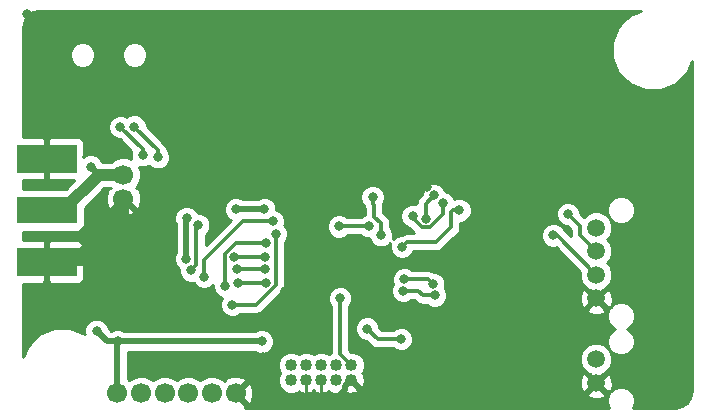
<source format=gbl>
G04 #@! TF.FileFunction,Copper,L2,Bot,Signal*
%FSLAX46Y46*%
G04 Gerber Fmt 4.6, Leading zero omitted, Abs format (unit mm)*
G04 Created by KiCad (PCBNEW 4.0.1-stable) date 10/03/2016 22:19:40*
%MOMM*%
G01*
G04 APERTURE LIST*
%ADD10C,0.100000*%
%ADD11C,1.500000*%
%ADD12C,1.700000*%
%ADD13R,5.080000X2.286000*%
%ADD14R,5.080000X2.413000*%
%ADD15C,1.016000*%
%ADD16C,0.800000*%
%ADD17C,0.700000*%
%ADD18C,0.300000*%
%ADD19C,0.500000*%
%ADD20C,1.000000*%
%ADD21C,0.250000*%
%ADD22C,0.254000*%
G04 APERTURE END LIST*
D10*
D11*
X216200000Y-119050000D03*
X216200000Y-121050000D03*
X216200000Y-123050000D03*
X216200000Y-125050000D03*
D12*
X176175000Y-114600000D03*
X176175000Y-116600000D03*
X175675000Y-133100000D03*
X177675000Y-133100000D03*
X179675000Y-133100000D03*
X181675000Y-133100000D03*
X183675000Y-133100000D03*
X185675000Y-133100000D03*
D13*
X169700000Y-117600000D03*
D14*
X169700000Y-113218500D03*
X169700000Y-121981500D03*
D15*
X190380000Y-131970000D03*
X190380000Y-130700000D03*
X191650000Y-131970000D03*
X191650000Y-130700000D03*
X192920000Y-131970000D03*
X192920000Y-130700000D03*
X194190000Y-131970000D03*
X194190000Y-130700000D03*
X195460000Y-131970000D03*
X195460000Y-130700000D03*
D11*
X216200000Y-130200000D03*
X216200000Y-132200000D03*
D16*
X169700000Y-111400000D03*
X168000000Y-101000000D03*
X168000000Y-104000000D03*
X168000000Y-107000000D03*
X168000000Y-110000000D03*
X188000000Y-133000000D03*
X188000000Y-130000000D03*
X185000000Y-130000000D03*
X169700000Y-123800000D03*
X168000000Y-126000000D03*
X222000000Y-134000000D03*
X224000000Y-132000000D03*
X224000000Y-129000000D03*
X224000000Y-126000000D03*
X224000000Y-123000000D03*
X224000000Y-120000000D03*
X220000000Y-122000000D03*
X220000000Y-129000000D03*
X220000000Y-125000000D03*
X218000000Y-130400000D03*
X213000000Y-129000000D03*
X180000000Y-121000000D03*
X175000000Y-125000000D03*
X175000000Y-123000000D03*
X177000000Y-121000000D03*
X204000000Y-102000000D03*
X204000000Y-104000000D03*
X204000000Y-106000000D03*
X204000000Y-108000000D03*
X204000000Y-110000000D03*
X204000000Y-112000000D03*
X201000000Y-112000000D03*
X201000000Y-110000000D03*
X201000000Y-108000000D03*
X201000000Y-106000000D03*
X201000000Y-104000000D03*
X201000000Y-102000000D03*
X212000000Y-115000000D03*
X214500000Y-115000000D03*
X217000000Y-115000000D03*
X219500000Y-115000000D03*
X189500000Y-115000000D03*
X187000000Y-115000000D03*
X184500000Y-115000000D03*
X182000000Y-115000000D03*
X182000000Y-112500000D03*
X182000000Y-110000000D03*
X182000000Y-107500000D03*
X182000000Y-105000000D03*
X182000000Y-102500000D03*
X184500000Y-102500000D03*
X187000000Y-102500000D03*
X189500000Y-102500000D03*
X192000000Y-102500000D03*
X194500000Y-102500000D03*
X222000000Y-117500000D03*
X222000000Y-115000000D03*
X222000000Y-112500000D03*
X222000000Y-110000000D03*
X219500000Y-110000000D03*
X217000000Y-107500000D03*
X217000000Y-105000000D03*
X217000000Y-102500000D03*
X214500000Y-102500000D03*
X212000000Y-102500000D03*
X173300000Y-108500000D03*
X205430000Y-122830000D03*
D17*
X196120000Y-133620000D03*
D16*
X170880000Y-124880000D03*
X209100000Y-124440000D03*
X203700010Y-132240000D03*
X190390000Y-116390000D03*
X193680000Y-133340000D03*
X196500000Y-109800000D03*
X196500000Y-108800000D03*
X196500000Y-106800000D03*
X196500000Y-105800000D03*
X196500000Y-102800000D03*
X196500000Y-101650000D03*
X208500000Y-104800000D03*
X208500000Y-103800000D03*
X208500000Y-110800000D03*
X208500000Y-102800000D03*
X208500000Y-101650000D03*
X189900000Y-124400000D03*
X206410000Y-127760000D03*
X179010000Y-109870000D03*
X170120000Y-109670000D03*
X208500000Y-109800000D03*
X204690000Y-115580000D03*
X201880000Y-115590000D03*
X201650000Y-128350000D03*
X181500000Y-121700000D03*
X181530000Y-118270000D03*
X173900000Y-127800000D03*
X188100000Y-117500000D03*
X185700000Y-117500000D03*
X175700000Y-128700000D03*
X187900000Y-128700000D03*
X196812826Y-127607174D03*
X199690257Y-128500010D03*
X188170000Y-121550000D03*
X185550000Y-121550000D03*
X182510000Y-118860000D03*
X181910000Y-122680000D03*
X196980000Y-118940000D03*
X183000000Y-123200000D03*
X188800000Y-118520000D03*
X194425000Y-118950000D03*
X188220000Y-120330000D03*
X184800000Y-124000000D03*
X185410000Y-125600000D03*
X189100000Y-119600000D03*
X194523377Y-125049998D03*
X213810000Y-117900000D03*
X200660000Y-118080000D03*
X203210000Y-116970000D03*
X204620000Y-117600010D03*
X199770000Y-120690000D03*
X212570000Y-119710000D03*
X177100000Y-110510000D03*
X188200000Y-122560000D03*
X185810000Y-122540000D03*
X179100000Y-113100000D03*
X177830000Y-112930000D03*
X175930000Y-110540000D03*
X185880000Y-123720000D03*
X188250000Y-123720000D03*
X173400000Y-113900000D03*
X197280000Y-116470000D03*
X197990000Y-119699990D03*
X202466475Y-116337363D03*
X201770000Y-118340000D03*
X199939999Y-123450001D03*
X202400000Y-123850000D03*
X199867926Y-124397265D03*
X202531286Y-124790887D03*
D18*
X168000000Y-104000000D02*
X168000000Y-101000000D01*
X168000000Y-110000000D02*
X168000000Y-107000000D01*
D19*
X188000000Y-133000000D02*
X188000000Y-130000000D01*
X169700000Y-123800000D02*
X168000000Y-125500000D01*
X168000000Y-125500000D02*
X168000000Y-126000000D01*
X224000000Y-132000000D02*
X222000000Y-134000000D01*
X224000000Y-126000000D02*
X224000000Y-129000000D01*
X224000000Y-120000000D02*
X224000000Y-123000000D01*
X220000000Y-125000000D02*
X220000000Y-122000000D01*
X220000000Y-125000000D02*
X220000000Y-129000000D01*
X175000000Y-125000000D02*
X175000000Y-123000000D01*
X180000000Y-121000000D02*
X177000000Y-121000000D01*
X204000000Y-104000000D02*
X204000000Y-102000000D01*
X204000000Y-108000000D02*
X204000000Y-106000000D01*
X204000000Y-112000000D02*
X204000000Y-110000000D01*
X201000000Y-110000000D02*
X201000000Y-112000000D01*
X201000000Y-106000000D02*
X201000000Y-108000000D01*
X201000000Y-102000000D02*
X201000000Y-104000000D01*
X214500000Y-115000000D02*
X212000000Y-115000000D01*
X219500000Y-115000000D02*
X217000000Y-115000000D01*
X187000000Y-115000000D02*
X189500000Y-115000000D01*
X182000000Y-115000000D02*
X184500000Y-115000000D01*
X182000000Y-110000000D02*
X182000000Y-112500000D01*
X182000000Y-105000000D02*
X182000000Y-107500000D01*
X184500000Y-102500000D02*
X182000000Y-102500000D01*
X189500000Y-102500000D02*
X187000000Y-102500000D01*
X194500000Y-102500000D02*
X192000000Y-102500000D01*
X222000000Y-115000000D02*
X222000000Y-117500000D01*
X222000000Y-110000000D02*
X222000000Y-112500000D01*
X219500000Y-107500000D02*
X219500000Y-110000000D01*
X217000000Y-107500000D02*
X219500000Y-107500000D01*
X217000000Y-102500000D02*
X217000000Y-105000000D01*
X212000000Y-102500000D02*
X214500000Y-102500000D01*
D20*
X172677081Y-121300000D02*
X170381500Y-121300000D01*
X170381500Y-121300000D02*
X169700000Y-121981500D01*
X176175000Y-116600000D02*
X176175000Y-117802081D01*
X176175000Y-117802081D02*
X172677081Y-121300000D01*
D19*
X194952001Y-132787999D02*
X194400000Y-133340000D01*
X194400000Y-133340000D02*
X193680000Y-133340000D01*
X195460000Y-131970000D02*
X194952001Y-132477999D01*
X194952001Y-132477999D02*
X194952001Y-132787999D01*
X170880000Y-122701500D02*
X171500000Y-122081500D01*
D18*
X193055000Y-133545000D02*
X193475000Y-133545000D01*
X193475000Y-133545000D02*
X193680000Y-133340000D01*
D21*
X191650000Y-131970000D02*
X191650000Y-133520000D01*
X192920000Y-133410000D02*
X192920000Y-131970000D01*
X193060000Y-133550000D02*
X193055000Y-133545000D01*
X193055000Y-133545000D02*
X192920000Y-133410000D01*
X191680000Y-133550000D02*
X193060000Y-133550000D01*
X191650000Y-133520000D02*
X191680000Y-133550000D01*
D19*
X204690000Y-115580000D02*
X204690000Y-115600000D01*
X181500000Y-121700000D02*
X181500000Y-118300000D01*
X181500000Y-118300000D02*
X181530000Y-118270000D01*
X175700000Y-128700000D02*
X174800000Y-128700000D01*
X174800000Y-128700000D02*
X173900000Y-127800000D01*
X175675000Y-129600000D02*
X175675000Y-128725000D01*
X187900000Y-128700000D02*
X176100000Y-128700000D01*
X176100000Y-128700000D02*
X175700000Y-128700000D01*
X175675000Y-129575000D02*
X175675000Y-129600000D01*
X186800000Y-117500000D02*
X188100000Y-117500000D01*
X185700000Y-117500000D02*
X186800000Y-117500000D01*
X175675000Y-128725000D02*
X175700000Y-128700000D01*
D18*
X175675000Y-133100000D02*
X175675000Y-132525000D01*
D19*
X175675000Y-129600000D02*
X175675000Y-129900000D01*
X175675000Y-129900000D02*
X175675000Y-131000000D01*
X175675000Y-131000000D02*
X175675000Y-133100000D01*
D18*
X199690257Y-128500010D02*
X197705662Y-128500010D01*
X197705662Y-128500010D02*
X196812826Y-127607174D01*
X185550000Y-121550000D02*
X188170000Y-121550000D01*
X181910000Y-122680000D02*
X182360000Y-122230000D01*
X182360000Y-122230000D02*
X182360000Y-119010000D01*
X182360000Y-119010000D02*
X182510000Y-118860000D01*
X196980000Y-118940000D02*
X194435000Y-118940000D01*
X194435000Y-118940000D02*
X194425000Y-118950000D01*
X183000000Y-123200000D02*
X183000000Y-121800000D01*
X183000000Y-121800000D02*
X186280000Y-118520000D01*
X188800000Y-118520000D02*
X186280000Y-118520000D01*
X184800000Y-124000000D02*
X184800000Y-121263998D01*
X184800000Y-121263998D02*
X185733998Y-120330000D01*
X185733998Y-120330000D02*
X188220000Y-120330000D01*
X189100000Y-119600000D02*
X189100000Y-123906002D01*
X189100000Y-123906002D02*
X187406002Y-125600000D01*
X187406002Y-125600000D02*
X185975685Y-125600000D01*
X185975685Y-125600000D02*
X185410000Y-125600000D01*
X194523377Y-125049998D02*
X194523377Y-129763377D01*
X194523377Y-129763377D02*
X195460000Y-130700000D01*
X203210000Y-116970000D02*
X203210000Y-117936002D01*
X203210000Y-117936002D02*
X202106001Y-119040001D01*
X202106001Y-119040001D02*
X201433999Y-119040001D01*
X201433999Y-119040001D02*
X200660000Y-118266002D01*
X200660000Y-118266002D02*
X200660000Y-118080000D01*
X214830000Y-118920000D02*
X214830000Y-119680000D01*
X213810000Y-117900000D02*
X214830000Y-118920000D01*
X214830000Y-119680000D02*
X216200000Y-121050000D01*
X204620000Y-117600010D02*
X204054315Y-117600010D01*
X204054315Y-117600010D02*
X203910000Y-117744325D01*
X203910000Y-117744325D02*
X203910000Y-119010000D01*
X203910000Y-119010000D02*
X203700000Y-119220000D01*
X203700000Y-119220000D02*
X202720000Y-120200000D01*
X199770000Y-120690000D02*
X200169999Y-120290001D01*
X200169999Y-120290001D02*
X202629999Y-120290001D01*
X202629999Y-120290001D02*
X203700000Y-119220000D01*
X216200000Y-123050000D02*
X212860000Y-119710000D01*
X212860000Y-119710000D02*
X212570000Y-119710000D01*
X179100000Y-113100000D02*
X179100000Y-112510000D01*
X179100000Y-112510000D02*
X177100000Y-110510000D01*
X185810000Y-122540000D02*
X188180000Y-122540000D01*
X188180000Y-122540000D02*
X188200000Y-122560000D01*
X175930000Y-110540000D02*
X177830000Y-112440000D01*
X177830000Y-112440000D02*
X177830000Y-112930000D01*
X185880000Y-123720000D02*
X188250000Y-123720000D01*
D19*
X173400000Y-113900000D02*
X174097000Y-114597000D01*
X174097000Y-114597000D02*
X174097000Y-114600000D01*
D20*
X176175000Y-114600000D02*
X174097000Y-114600000D01*
X174097000Y-114600000D02*
X171097000Y-117600000D01*
X171097000Y-117600000D02*
X169700000Y-117600000D01*
D18*
X197400000Y-117580000D02*
X197400000Y-117740000D01*
X197400000Y-117740000D02*
X197400000Y-118120000D01*
X197280000Y-116470000D02*
X197280000Y-117035685D01*
X197280000Y-117035685D02*
X197400000Y-117155685D01*
X197400000Y-117155685D02*
X197400000Y-117740000D01*
X197400000Y-118120000D02*
X197990000Y-118710000D01*
X197990000Y-118710000D02*
X197990000Y-119699990D01*
X201770000Y-118340000D02*
X201770000Y-117033838D01*
X201770000Y-117033838D02*
X202466475Y-116337363D01*
X202400000Y-123850000D02*
X202000001Y-123450001D01*
X202000001Y-123450001D02*
X199939999Y-123450001D01*
X201500887Y-124790887D02*
X201107265Y-124397265D01*
X201107265Y-124397265D02*
X199867926Y-124397265D01*
X202531286Y-124790887D02*
X201500887Y-124790887D01*
D22*
G36*
X219051296Y-101093037D02*
X218790466Y-101353413D01*
X218661057Y-101406883D01*
X218397808Y-101669673D01*
X218344111Y-101798989D01*
X218086425Y-102056226D01*
X217563596Y-103315337D01*
X217563178Y-103793896D01*
X217555162Y-103813201D01*
X217554838Y-104185167D01*
X217562820Y-104204485D01*
X217562406Y-104678682D01*
X218083037Y-105938704D01*
X218343413Y-106199534D01*
X218396883Y-106328943D01*
X218659673Y-106592192D01*
X218788989Y-106645889D01*
X219046226Y-106903575D01*
X220305337Y-107426404D01*
X220783896Y-107426822D01*
X220803201Y-107434838D01*
X221175167Y-107435162D01*
X221194485Y-107427180D01*
X221668682Y-107427594D01*
X222928704Y-106906963D01*
X223189534Y-106646587D01*
X223318943Y-106593117D01*
X223582192Y-106330327D01*
X223635889Y-106201011D01*
X223893575Y-105943774D01*
X224290000Y-104989077D01*
X224290000Y-132930069D01*
X224178953Y-133488340D01*
X223902333Y-133902331D01*
X223488338Y-134178954D01*
X222930069Y-134290000D01*
X219338110Y-134290000D01*
X219484794Y-133936745D01*
X219485206Y-133465323D01*
X219305180Y-133029628D01*
X218972125Y-132695991D01*
X218536745Y-132515206D01*
X218065323Y-132514794D01*
X217629628Y-132694820D01*
X217419257Y-132904824D01*
X217597201Y-132404829D01*
X217569230Y-131854552D01*
X217412460Y-131476077D01*
X217171517Y-131408088D01*
X216379605Y-132200000D01*
X217171517Y-132991912D01*
X217395264Y-132928775D01*
X217295991Y-133027875D01*
X217115206Y-133463255D01*
X217114794Y-133934677D01*
X217261611Y-134290000D01*
X186492703Y-134290000D01*
X186539353Y-134143958D01*
X185675000Y-133279605D01*
X185660858Y-133293748D01*
X185481253Y-133114143D01*
X185495395Y-133100000D01*
X185854605Y-133100000D01*
X186718958Y-133964353D01*
X186970259Y-133884080D01*
X187171718Y-133328721D01*
X187164686Y-133171517D01*
X215408088Y-133171517D01*
X215476077Y-133412460D01*
X215995171Y-133597201D01*
X216545448Y-133569230D01*
X216923923Y-133412460D01*
X216991912Y-133171517D01*
X216200000Y-132379605D01*
X215408088Y-133171517D01*
X187164686Y-133171517D01*
X187145315Y-132738542D01*
X186970259Y-132315920D01*
X186718958Y-132235647D01*
X185854605Y-133100000D01*
X185495395Y-133100000D01*
X185481253Y-133085858D01*
X185660858Y-132906253D01*
X185675000Y-132920395D01*
X186539353Y-132056042D01*
X186459080Y-131804741D01*
X185903721Y-131603282D01*
X185313542Y-131629685D01*
X184890920Y-131804741D01*
X184810648Y-132056040D01*
X184695938Y-131941330D01*
X184656248Y-131981020D01*
X184517283Y-131841812D01*
X183971681Y-131615258D01*
X183380911Y-131614743D01*
X182834914Y-131840344D01*
X182675087Y-131999892D01*
X182517283Y-131841812D01*
X181971681Y-131615258D01*
X181380911Y-131614743D01*
X180834914Y-131840344D01*
X180675087Y-131999892D01*
X180517283Y-131841812D01*
X179971681Y-131615258D01*
X179380911Y-131614743D01*
X178834914Y-131840344D01*
X178675087Y-131999892D01*
X178517283Y-131841812D01*
X177971681Y-131615258D01*
X177380911Y-131614743D01*
X176834914Y-131840344D01*
X176675087Y-131999892D01*
X176560000Y-131884604D01*
X176560000Y-130926359D01*
X189236802Y-130926359D01*
X189405850Y-131335489D01*
X189237199Y-131741646D01*
X189236802Y-132196359D01*
X189410446Y-132616612D01*
X189731697Y-132938423D01*
X190151646Y-133112801D01*
X190606359Y-133113198D01*
X191026612Y-132939554D01*
X191058696Y-132907526D01*
X191071824Y-132981856D01*
X191503055Y-133126091D01*
X191956657Y-133094322D01*
X192228176Y-132981856D01*
X192258297Y-132811311D01*
X192285000Y-132784608D01*
X192311703Y-132811311D01*
X192341824Y-132981856D01*
X192773055Y-133126091D01*
X193226657Y-133094322D01*
X193498176Y-132981856D01*
X193511236Y-132907909D01*
X193541697Y-132938423D01*
X193961646Y-133112801D01*
X194416359Y-133113198D01*
X194836612Y-132939554D01*
X194868696Y-132907526D01*
X194881824Y-132981856D01*
X195313055Y-133126091D01*
X195766657Y-133094322D01*
X196038176Y-132981856D01*
X196076314Y-132765919D01*
X195460000Y-132149605D01*
X195445858Y-132163748D01*
X195332930Y-132050820D01*
X195333071Y-131889039D01*
X195379180Y-131842930D01*
X195540961Y-131843071D01*
X195653748Y-131955858D01*
X195639605Y-131970000D01*
X196255919Y-132586314D01*
X196471856Y-132548176D01*
X196616091Y-132116945D01*
X196607563Y-131995171D01*
X214802799Y-131995171D01*
X214830770Y-132545448D01*
X214987540Y-132923923D01*
X215228483Y-132991912D01*
X216020395Y-132200000D01*
X215228483Y-131408088D01*
X214987540Y-131476077D01*
X214802799Y-131995171D01*
X196607563Y-131995171D01*
X196584322Y-131663343D01*
X196471856Y-131391824D01*
X196397909Y-131378764D01*
X196428423Y-131348303D01*
X196602801Y-130928354D01*
X196603197Y-130474285D01*
X214814760Y-130474285D01*
X215025169Y-130983515D01*
X215414436Y-131373461D01*
X215651506Y-131471901D01*
X216200000Y-132020395D01*
X216748428Y-131471967D01*
X216983515Y-131374831D01*
X217373461Y-130985564D01*
X217584759Y-130476702D01*
X217585240Y-129925715D01*
X217398828Y-129474561D01*
X217627875Y-129704009D01*
X218063255Y-129884794D01*
X218534677Y-129885206D01*
X218970372Y-129705180D01*
X219304009Y-129372125D01*
X219484794Y-128936745D01*
X219485206Y-128465323D01*
X219305180Y-128029628D01*
X218972125Y-127695991D01*
X218801277Y-127625049D01*
X218970372Y-127555180D01*
X219304009Y-127222125D01*
X219484794Y-126786745D01*
X219485206Y-126315323D01*
X219305180Y-125879628D01*
X218972125Y-125545991D01*
X218536745Y-125365206D01*
X218065323Y-125364794D01*
X217629628Y-125544820D01*
X217419257Y-125754824D01*
X217597201Y-125254829D01*
X217569230Y-124704552D01*
X217412460Y-124326077D01*
X217171517Y-124258088D01*
X216379605Y-125050000D01*
X217171517Y-125841912D01*
X217395264Y-125778775D01*
X217295991Y-125877875D01*
X217115206Y-126313255D01*
X217114794Y-126784677D01*
X217294820Y-127220372D01*
X217627875Y-127554009D01*
X217798723Y-127624951D01*
X217629628Y-127694820D01*
X217295991Y-128027875D01*
X217115206Y-128463255D01*
X217114794Y-128934677D01*
X217270823Y-129312296D01*
X216985564Y-129026539D01*
X216476702Y-128815241D01*
X215925715Y-128814760D01*
X215416485Y-129025169D01*
X215026539Y-129414436D01*
X214815241Y-129923298D01*
X214814760Y-130474285D01*
X196603197Y-130474285D01*
X196603198Y-130473641D01*
X196429554Y-130053388D01*
X196108303Y-129731577D01*
X195688354Y-129557199D01*
X195427129Y-129556971D01*
X195308377Y-129438219D01*
X195308377Y-127812145D01*
X195777647Y-127812145D01*
X195934884Y-128192689D01*
X196225780Y-128484093D01*
X196606049Y-128641994D01*
X196737603Y-128642109D01*
X197150583Y-129055089D01*
X197405256Y-129225255D01*
X197705662Y-129285010D01*
X199011452Y-129285010D01*
X199103211Y-129376929D01*
X199483480Y-129534830D01*
X199895228Y-129535189D01*
X200275772Y-129377952D01*
X200567176Y-129087056D01*
X200725077Y-128706787D01*
X200725436Y-128295039D01*
X200568199Y-127914495D01*
X200277303Y-127623091D01*
X199897034Y-127465190D01*
X199485286Y-127464831D01*
X199104742Y-127622068D01*
X199011638Y-127715010D01*
X198030820Y-127715010D01*
X197847892Y-127532082D01*
X197848005Y-127402203D01*
X197690768Y-127021659D01*
X197399872Y-126730255D01*
X197019603Y-126572354D01*
X196607855Y-126571995D01*
X196227311Y-126729232D01*
X195935907Y-127020128D01*
X195778006Y-127400397D01*
X195777647Y-127812145D01*
X195308377Y-127812145D01*
X195308377Y-126021517D01*
X215408088Y-126021517D01*
X215476077Y-126262460D01*
X215995171Y-126447201D01*
X216545448Y-126419230D01*
X216923923Y-126262460D01*
X216991912Y-126021517D01*
X216200000Y-125229605D01*
X215408088Y-126021517D01*
X195308377Y-126021517D01*
X195308377Y-125728803D01*
X195400296Y-125637044D01*
X195558197Y-125256775D01*
X195558556Y-124845027D01*
X195458238Y-124602236D01*
X198832747Y-124602236D01*
X198989984Y-124982780D01*
X199280880Y-125274184D01*
X199661149Y-125432085D01*
X200072897Y-125432444D01*
X200453441Y-125275207D01*
X200546545Y-125182265D01*
X200782107Y-125182265D01*
X200945808Y-125345966D01*
X201200481Y-125516132D01*
X201500887Y-125575888D01*
X201500892Y-125575887D01*
X201852481Y-125575887D01*
X201944240Y-125667806D01*
X202324509Y-125825707D01*
X202736257Y-125826066D01*
X203116801Y-125668829D01*
X203408205Y-125377933D01*
X203566106Y-124997664D01*
X203566238Y-124845171D01*
X214802799Y-124845171D01*
X214830770Y-125395448D01*
X214987540Y-125773923D01*
X215228483Y-125841912D01*
X216020395Y-125050000D01*
X215228483Y-124258088D01*
X214987540Y-124326077D01*
X214802799Y-124845171D01*
X203566238Y-124845171D01*
X203566465Y-124585916D01*
X203409228Y-124205372D01*
X203383726Y-124179825D01*
X203434820Y-124056777D01*
X203435179Y-123645029D01*
X203277942Y-123264485D01*
X202987046Y-122973081D01*
X202606777Y-122815180D01*
X202435514Y-122815031D01*
X202300408Y-122724756D01*
X202000001Y-122665001D01*
X200618804Y-122665001D01*
X200527045Y-122573082D01*
X200146776Y-122415181D01*
X199735028Y-122414822D01*
X199354484Y-122572059D01*
X199063080Y-122862955D01*
X198905179Y-123243224D01*
X198904820Y-123654972D01*
X198979960Y-123836824D01*
X198833106Y-124190488D01*
X198832747Y-124602236D01*
X195458238Y-124602236D01*
X195401319Y-124464483D01*
X195110423Y-124173079D01*
X194730154Y-124015178D01*
X194318406Y-124014819D01*
X193937862Y-124172056D01*
X193646458Y-124462952D01*
X193488557Y-124843221D01*
X193488198Y-125254969D01*
X193645435Y-125635513D01*
X193738377Y-125728617D01*
X193738377Y-129649879D01*
X193554511Y-129725850D01*
X193148354Y-129557199D01*
X192693641Y-129556802D01*
X192284511Y-129725850D01*
X191878354Y-129557199D01*
X191423641Y-129556802D01*
X191014511Y-129725850D01*
X190608354Y-129557199D01*
X190153641Y-129556802D01*
X189733388Y-129730446D01*
X189411577Y-130051697D01*
X189237199Y-130471646D01*
X189236802Y-130926359D01*
X176560000Y-130926359D01*
X176560000Y-129585000D01*
X187332415Y-129585000D01*
X187693223Y-129734820D01*
X188104971Y-129735179D01*
X188485515Y-129577942D01*
X188776919Y-129287046D01*
X188934820Y-128906777D01*
X188935179Y-128495029D01*
X188777942Y-128114485D01*
X188487046Y-127823081D01*
X188106777Y-127665180D01*
X187695029Y-127664821D01*
X187331567Y-127815000D01*
X176267585Y-127815000D01*
X175906777Y-127665180D01*
X175495029Y-127664821D01*
X175156342Y-127804763D01*
X174927131Y-127575552D01*
X174777942Y-127214485D01*
X174487046Y-126923081D01*
X174106777Y-126765180D01*
X173695029Y-126764821D01*
X173314485Y-126922058D01*
X173023081Y-127212954D01*
X172865180Y-127593223D01*
X172864821Y-128004971D01*
X172894083Y-128075792D01*
X171684663Y-127573596D01*
X171206104Y-127573178D01*
X171186799Y-127565162D01*
X170814833Y-127564838D01*
X170795515Y-127572820D01*
X170321318Y-127572406D01*
X169061296Y-128093037D01*
X168800466Y-128353413D01*
X168671057Y-128406883D01*
X168407808Y-128669673D01*
X168354111Y-128798989D01*
X168096425Y-129056226D01*
X167710000Y-129986840D01*
X167710000Y-123823000D01*
X169414250Y-123823000D01*
X169573000Y-123664250D01*
X169573000Y-122108500D01*
X169827000Y-122108500D01*
X169827000Y-123664250D01*
X169985750Y-123823000D01*
X172366310Y-123823000D01*
X172599699Y-123726327D01*
X172778327Y-123547698D01*
X172875000Y-123314309D01*
X172875000Y-122267250D01*
X172716250Y-122108500D01*
X169827000Y-122108500D01*
X169573000Y-122108500D01*
X169553000Y-122108500D01*
X169553000Y-121904971D01*
X180464821Y-121904971D01*
X180622058Y-122285515D01*
X180875123Y-122539022D01*
X180874821Y-122884971D01*
X181032058Y-123265515D01*
X181322954Y-123556919D01*
X181703223Y-123714820D01*
X182092988Y-123715160D01*
X182122058Y-123785515D01*
X182412954Y-124076919D01*
X182793223Y-124234820D01*
X183204971Y-124235179D01*
X183585515Y-124077942D01*
X183765088Y-123898682D01*
X183764821Y-124204971D01*
X183922058Y-124585515D01*
X184212954Y-124876919D01*
X184535279Y-125010760D01*
X184533081Y-125012954D01*
X184375180Y-125393223D01*
X184374821Y-125804971D01*
X184532058Y-126185515D01*
X184822954Y-126476919D01*
X185203223Y-126634820D01*
X185614971Y-126635179D01*
X185995515Y-126477942D01*
X186088619Y-126385000D01*
X187406002Y-126385000D01*
X187706409Y-126325245D01*
X187961081Y-126155079D01*
X189655079Y-124461081D01*
X189825245Y-124206408D01*
X189885000Y-123906002D01*
X189885000Y-120278805D01*
X189976919Y-120187046D01*
X190134820Y-119806777D01*
X190135179Y-119395029D01*
X190035990Y-119154971D01*
X193389821Y-119154971D01*
X193547058Y-119535515D01*
X193837954Y-119826919D01*
X194218223Y-119984820D01*
X194629971Y-119985179D01*
X195010515Y-119827942D01*
X195113637Y-119725000D01*
X196301195Y-119725000D01*
X196392954Y-119816919D01*
X196773223Y-119974820D01*
X196983762Y-119975004D01*
X197112058Y-120285505D01*
X197402954Y-120576909D01*
X197783223Y-120734810D01*
X198194971Y-120735169D01*
X198575515Y-120577932D01*
X198781050Y-120372755D01*
X198735180Y-120483223D01*
X198734821Y-120894971D01*
X198892058Y-121275515D01*
X199182954Y-121566919D01*
X199563223Y-121724820D01*
X199974971Y-121725179D01*
X200355515Y-121567942D01*
X200646919Y-121277046D01*
X200730815Y-121075001D01*
X202629999Y-121075001D01*
X202930406Y-121015246D01*
X203185078Y-120845080D01*
X204115187Y-119914971D01*
X211534821Y-119914971D01*
X211692058Y-120295515D01*
X211982954Y-120586919D01*
X212363223Y-120744820D01*
X212774971Y-120745179D01*
X212782083Y-120742241D01*
X214815239Y-122775397D01*
X214814760Y-123324285D01*
X215025169Y-123833515D01*
X215414436Y-124223461D01*
X215651506Y-124321901D01*
X216200000Y-124870395D01*
X216748428Y-124321967D01*
X216983515Y-124224831D01*
X217373461Y-123835564D01*
X217584759Y-123326702D01*
X217585240Y-122775715D01*
X217374831Y-122266485D01*
X217158687Y-122049964D01*
X217373461Y-121835564D01*
X217584759Y-121326702D01*
X217585240Y-120775715D01*
X217374831Y-120266485D01*
X217158687Y-120049964D01*
X217373461Y-119835564D01*
X217584759Y-119326702D01*
X217585240Y-118775715D01*
X217398828Y-118324561D01*
X217627875Y-118554009D01*
X218063255Y-118734794D01*
X218534677Y-118735206D01*
X218970372Y-118555180D01*
X219304009Y-118222125D01*
X219484794Y-117786745D01*
X219485206Y-117315323D01*
X219305180Y-116879628D01*
X218972125Y-116545991D01*
X218536745Y-116365206D01*
X218065323Y-116364794D01*
X217629628Y-116544820D01*
X217295991Y-116877875D01*
X217115206Y-117313255D01*
X217114794Y-117784677D01*
X217270823Y-118162296D01*
X216985564Y-117876539D01*
X216476702Y-117665241D01*
X215925715Y-117664760D01*
X215416485Y-117875169D01*
X215155679Y-118135521D01*
X214845066Y-117824908D01*
X214845179Y-117695029D01*
X214687942Y-117314485D01*
X214397046Y-117023081D01*
X214016777Y-116865180D01*
X213605029Y-116864821D01*
X213224485Y-117022058D01*
X212933081Y-117312954D01*
X212775180Y-117693223D01*
X212774821Y-118104971D01*
X212932058Y-118485515D01*
X213222954Y-118776919D01*
X213603223Y-118934820D01*
X213734777Y-118934935D01*
X214045000Y-119245158D01*
X214045000Y-119680000D01*
X214071033Y-119810875D01*
X213492513Y-119232355D01*
X213447942Y-119124485D01*
X213157046Y-118833081D01*
X212776777Y-118675180D01*
X212365029Y-118674821D01*
X211984485Y-118832058D01*
X211693081Y-119122954D01*
X211535180Y-119503223D01*
X211534821Y-119914971D01*
X204115187Y-119914971D01*
X204465079Y-119565079D01*
X204635245Y-119310406D01*
X204695000Y-119010000D01*
X204695000Y-118635076D01*
X204824971Y-118635189D01*
X205205515Y-118477952D01*
X205496919Y-118187056D01*
X205654820Y-117806787D01*
X205655179Y-117395039D01*
X205497942Y-117014495D01*
X205207046Y-116723091D01*
X204826777Y-116565190D01*
X204415029Y-116564831D01*
X204199291Y-116653972D01*
X204087942Y-116384485D01*
X203797046Y-116093081D01*
X203420870Y-115936880D01*
X203344417Y-115751848D01*
X203053521Y-115460444D01*
X202673252Y-115302543D01*
X202261504Y-115302184D01*
X201880960Y-115459421D01*
X201589556Y-115750317D01*
X201431655Y-116130586D01*
X201431540Y-116262140D01*
X201214921Y-116478759D01*
X201044755Y-116733431D01*
X201006767Y-116924409D01*
X200985000Y-117033838D01*
X200985000Y-117094270D01*
X200866777Y-117045180D01*
X200455029Y-117044821D01*
X200074485Y-117202058D01*
X199783081Y-117492954D01*
X199625180Y-117873223D01*
X199624821Y-118284971D01*
X199782058Y-118665515D01*
X200072954Y-118956919D01*
X200359915Y-119076075D01*
X200788841Y-119505001D01*
X200169999Y-119505001D01*
X199869592Y-119564756D01*
X199734579Y-119654969D01*
X199565029Y-119654821D01*
X199184485Y-119812058D01*
X198978950Y-120017235D01*
X199024820Y-119906767D01*
X199025179Y-119495019D01*
X198867942Y-119114475D01*
X198775000Y-119021371D01*
X198775000Y-118710000D01*
X198765302Y-118661247D01*
X198715245Y-118409593D01*
X198545079Y-118154921D01*
X198185000Y-117794842D01*
X198185000Y-117155690D01*
X198185001Y-117155685D01*
X198162640Y-117043269D01*
X198314820Y-116676777D01*
X198315179Y-116265029D01*
X198157942Y-115884485D01*
X197867046Y-115593081D01*
X197486777Y-115435180D01*
X197075029Y-115434821D01*
X196694485Y-115592058D01*
X196403081Y-115882954D01*
X196245180Y-116263223D01*
X196244821Y-116674971D01*
X196402058Y-117055515D01*
X196523054Y-117176723D01*
X196554755Y-117336092D01*
X196615000Y-117426255D01*
X196615000Y-117970943D01*
X196394485Y-118062058D01*
X196301381Y-118155000D01*
X195093822Y-118155000D01*
X195012046Y-118073081D01*
X194631777Y-117915180D01*
X194220029Y-117914821D01*
X193839485Y-118072058D01*
X193548081Y-118362954D01*
X193390180Y-118743223D01*
X193389821Y-119154971D01*
X190035990Y-119154971D01*
X189977942Y-119014485D01*
X189792493Y-118828712D01*
X189834820Y-118726777D01*
X189835179Y-118315029D01*
X189677942Y-117934485D01*
X189387046Y-117643081D01*
X189134967Y-117538409D01*
X189135179Y-117295029D01*
X188977942Y-116914485D01*
X188687046Y-116623081D01*
X188306777Y-116465180D01*
X187895029Y-116464821D01*
X187531567Y-116615000D01*
X186267585Y-116615000D01*
X185906777Y-116465180D01*
X185495029Y-116464821D01*
X185114485Y-116622058D01*
X184823081Y-116912954D01*
X184665180Y-117293223D01*
X184664821Y-117704971D01*
X184822058Y-118085515D01*
X185112954Y-118376919D01*
X185254252Y-118435591D01*
X183145000Y-120544842D01*
X183145000Y-119688543D01*
X183386919Y-119447046D01*
X183544820Y-119066777D01*
X183545179Y-118655029D01*
X183387942Y-118274485D01*
X183097046Y-117983081D01*
X182716777Y-117825180D01*
X182465985Y-117824961D01*
X182407942Y-117684485D01*
X182117046Y-117393081D01*
X181736777Y-117235180D01*
X181325029Y-117234821D01*
X180944485Y-117392058D01*
X180653081Y-117682954D01*
X180495180Y-118063223D01*
X180494821Y-118474971D01*
X180615000Y-118765827D01*
X180615000Y-121132415D01*
X180465180Y-121493223D01*
X180464821Y-121904971D01*
X169553000Y-121904971D01*
X169553000Y-121854500D01*
X169573000Y-121854500D01*
X169573000Y-120298750D01*
X169827000Y-120298750D01*
X169827000Y-121854500D01*
X172716250Y-121854500D01*
X172875000Y-121695750D01*
X172875000Y-120648691D01*
X172778327Y-120415302D01*
X172599699Y-120236673D01*
X172366310Y-120140000D01*
X169985750Y-120140000D01*
X169827000Y-120298750D01*
X169573000Y-120298750D01*
X169414250Y-120140000D01*
X167710000Y-120140000D01*
X167710000Y-119390440D01*
X172240000Y-119390440D01*
X172475317Y-119346162D01*
X172691441Y-119207090D01*
X172836431Y-118994890D01*
X172887440Y-118743000D01*
X172887440Y-117643958D01*
X175310647Y-117643958D01*
X175390920Y-117895259D01*
X175946279Y-118096718D01*
X176536458Y-118070315D01*
X176959080Y-117895259D01*
X177039353Y-117643958D01*
X176175000Y-116779605D01*
X175310647Y-117643958D01*
X172887440Y-117643958D01*
X172887440Y-117414692D01*
X174567132Y-115735000D01*
X175130392Y-115735000D01*
X175131040Y-115735648D01*
X174879741Y-115815920D01*
X174678282Y-116371279D01*
X174704685Y-116961458D01*
X174879741Y-117384080D01*
X175131042Y-117464353D01*
X175995395Y-116600000D01*
X175981253Y-116585858D01*
X176160858Y-116406253D01*
X176175000Y-116420395D01*
X176189143Y-116406253D01*
X176368748Y-116585858D01*
X176354605Y-116600000D01*
X177218958Y-117464353D01*
X177470259Y-117384080D01*
X177671718Y-116828721D01*
X177645315Y-116238542D01*
X177470259Y-115815920D01*
X177218960Y-115735648D01*
X177333670Y-115620938D01*
X177293980Y-115581248D01*
X177433188Y-115442283D01*
X177659742Y-114896681D01*
X177660257Y-114305911D01*
X177497803Y-113912741D01*
X177623223Y-113964820D01*
X178034971Y-113965179D01*
X178365076Y-113828783D01*
X178512954Y-113976919D01*
X178893223Y-114134820D01*
X179304971Y-114135179D01*
X179685515Y-113977942D01*
X179976919Y-113687046D01*
X180134820Y-113306777D01*
X180135179Y-112895029D01*
X179977942Y-112514485D01*
X179862986Y-112399328D01*
X179825245Y-112209594D01*
X179825245Y-112209593D01*
X179655079Y-111954921D01*
X178135066Y-110434908D01*
X178135179Y-110305029D01*
X177977942Y-109924485D01*
X177687046Y-109633081D01*
X177306777Y-109475180D01*
X176895029Y-109474821D01*
X176514485Y-109632058D01*
X176493290Y-109653216D01*
X176136777Y-109505180D01*
X175725029Y-109504821D01*
X175344485Y-109662058D01*
X175053081Y-109952954D01*
X174895180Y-110333223D01*
X174894821Y-110744971D01*
X175052058Y-111125515D01*
X175342954Y-111416919D01*
X175723223Y-111574820D01*
X175854777Y-111574935D01*
X176856174Y-112576332D01*
X176795180Y-112723223D01*
X176794821Y-113134971D01*
X176851913Y-113273144D01*
X176471681Y-113115258D01*
X175880911Y-113114743D01*
X175334914Y-113340344D01*
X175210040Y-113465000D01*
X174340133Y-113465000D01*
X174277942Y-113314485D01*
X173987046Y-113023081D01*
X173606777Y-112865180D01*
X173195029Y-112864821D01*
X172814485Y-113022058D01*
X172744924Y-113091498D01*
X172716252Y-113091498D01*
X172875000Y-112932750D01*
X172875000Y-111885691D01*
X172778327Y-111652302D01*
X172599699Y-111473673D01*
X172366310Y-111377000D01*
X169985750Y-111377000D01*
X169827000Y-111535750D01*
X169827000Y-113091500D01*
X169847000Y-113091500D01*
X169847000Y-113345500D01*
X169827000Y-113345500D01*
X169827000Y-114901250D01*
X169985750Y-115060000D01*
X172031868Y-115060000D01*
X171282308Y-115809560D01*
X167710000Y-115809560D01*
X167710000Y-115060000D01*
X169414250Y-115060000D01*
X169573000Y-114901250D01*
X169573000Y-113345500D01*
X169553000Y-113345500D01*
X169553000Y-113091500D01*
X169573000Y-113091500D01*
X169573000Y-111535750D01*
X169414250Y-111377000D01*
X167710000Y-111377000D01*
X167710000Y-104649873D01*
X171634812Y-104649873D01*
X171799646Y-105048800D01*
X172104595Y-105354282D01*
X172503233Y-105519811D01*
X172934873Y-105520188D01*
X173333800Y-105355354D01*
X173639282Y-105050405D01*
X173804811Y-104651767D01*
X173804812Y-104649873D01*
X176034812Y-104649873D01*
X176199646Y-105048800D01*
X176504595Y-105354282D01*
X176903233Y-105519811D01*
X177334873Y-105520188D01*
X177733800Y-105355354D01*
X178039282Y-105050405D01*
X178204811Y-104651767D01*
X178205188Y-104220127D01*
X178040354Y-103821200D01*
X177735405Y-103515718D01*
X177336767Y-103350189D01*
X176905127Y-103349812D01*
X176506200Y-103514646D01*
X176200718Y-103819595D01*
X176035189Y-104218233D01*
X176034812Y-104649873D01*
X173804812Y-104649873D01*
X173805188Y-104220127D01*
X173640354Y-103821200D01*
X173335405Y-103515718D01*
X172936767Y-103350189D01*
X172505127Y-103349812D01*
X172106200Y-103514646D01*
X171800718Y-103819595D01*
X171635189Y-104218233D01*
X171634812Y-104649873D01*
X167710000Y-104649873D01*
X167710000Y-102069931D01*
X167821046Y-101511662D01*
X168097669Y-101097667D01*
X168511660Y-100821047D01*
X169069931Y-100710000D01*
X219978315Y-100710000D01*
X219051296Y-101093037D01*
X219051296Y-101093037D01*
G37*
X219051296Y-101093037D02*
X218790466Y-101353413D01*
X218661057Y-101406883D01*
X218397808Y-101669673D01*
X218344111Y-101798989D01*
X218086425Y-102056226D01*
X217563596Y-103315337D01*
X217563178Y-103793896D01*
X217555162Y-103813201D01*
X217554838Y-104185167D01*
X217562820Y-104204485D01*
X217562406Y-104678682D01*
X218083037Y-105938704D01*
X218343413Y-106199534D01*
X218396883Y-106328943D01*
X218659673Y-106592192D01*
X218788989Y-106645889D01*
X219046226Y-106903575D01*
X220305337Y-107426404D01*
X220783896Y-107426822D01*
X220803201Y-107434838D01*
X221175167Y-107435162D01*
X221194485Y-107427180D01*
X221668682Y-107427594D01*
X222928704Y-106906963D01*
X223189534Y-106646587D01*
X223318943Y-106593117D01*
X223582192Y-106330327D01*
X223635889Y-106201011D01*
X223893575Y-105943774D01*
X224290000Y-104989077D01*
X224290000Y-132930069D01*
X224178953Y-133488340D01*
X223902333Y-133902331D01*
X223488338Y-134178954D01*
X222930069Y-134290000D01*
X219338110Y-134290000D01*
X219484794Y-133936745D01*
X219485206Y-133465323D01*
X219305180Y-133029628D01*
X218972125Y-132695991D01*
X218536745Y-132515206D01*
X218065323Y-132514794D01*
X217629628Y-132694820D01*
X217419257Y-132904824D01*
X217597201Y-132404829D01*
X217569230Y-131854552D01*
X217412460Y-131476077D01*
X217171517Y-131408088D01*
X216379605Y-132200000D01*
X217171517Y-132991912D01*
X217395264Y-132928775D01*
X217295991Y-133027875D01*
X217115206Y-133463255D01*
X217114794Y-133934677D01*
X217261611Y-134290000D01*
X186492703Y-134290000D01*
X186539353Y-134143958D01*
X185675000Y-133279605D01*
X185660858Y-133293748D01*
X185481253Y-133114143D01*
X185495395Y-133100000D01*
X185854605Y-133100000D01*
X186718958Y-133964353D01*
X186970259Y-133884080D01*
X187171718Y-133328721D01*
X187164686Y-133171517D01*
X215408088Y-133171517D01*
X215476077Y-133412460D01*
X215995171Y-133597201D01*
X216545448Y-133569230D01*
X216923923Y-133412460D01*
X216991912Y-133171517D01*
X216200000Y-132379605D01*
X215408088Y-133171517D01*
X187164686Y-133171517D01*
X187145315Y-132738542D01*
X186970259Y-132315920D01*
X186718958Y-132235647D01*
X185854605Y-133100000D01*
X185495395Y-133100000D01*
X185481253Y-133085858D01*
X185660858Y-132906253D01*
X185675000Y-132920395D01*
X186539353Y-132056042D01*
X186459080Y-131804741D01*
X185903721Y-131603282D01*
X185313542Y-131629685D01*
X184890920Y-131804741D01*
X184810648Y-132056040D01*
X184695938Y-131941330D01*
X184656248Y-131981020D01*
X184517283Y-131841812D01*
X183971681Y-131615258D01*
X183380911Y-131614743D01*
X182834914Y-131840344D01*
X182675087Y-131999892D01*
X182517283Y-131841812D01*
X181971681Y-131615258D01*
X181380911Y-131614743D01*
X180834914Y-131840344D01*
X180675087Y-131999892D01*
X180517283Y-131841812D01*
X179971681Y-131615258D01*
X179380911Y-131614743D01*
X178834914Y-131840344D01*
X178675087Y-131999892D01*
X178517283Y-131841812D01*
X177971681Y-131615258D01*
X177380911Y-131614743D01*
X176834914Y-131840344D01*
X176675087Y-131999892D01*
X176560000Y-131884604D01*
X176560000Y-130926359D01*
X189236802Y-130926359D01*
X189405850Y-131335489D01*
X189237199Y-131741646D01*
X189236802Y-132196359D01*
X189410446Y-132616612D01*
X189731697Y-132938423D01*
X190151646Y-133112801D01*
X190606359Y-133113198D01*
X191026612Y-132939554D01*
X191058696Y-132907526D01*
X191071824Y-132981856D01*
X191503055Y-133126091D01*
X191956657Y-133094322D01*
X192228176Y-132981856D01*
X192258297Y-132811311D01*
X192285000Y-132784608D01*
X192311703Y-132811311D01*
X192341824Y-132981856D01*
X192773055Y-133126091D01*
X193226657Y-133094322D01*
X193498176Y-132981856D01*
X193511236Y-132907909D01*
X193541697Y-132938423D01*
X193961646Y-133112801D01*
X194416359Y-133113198D01*
X194836612Y-132939554D01*
X194868696Y-132907526D01*
X194881824Y-132981856D01*
X195313055Y-133126091D01*
X195766657Y-133094322D01*
X196038176Y-132981856D01*
X196076314Y-132765919D01*
X195460000Y-132149605D01*
X195445858Y-132163748D01*
X195332930Y-132050820D01*
X195333071Y-131889039D01*
X195379180Y-131842930D01*
X195540961Y-131843071D01*
X195653748Y-131955858D01*
X195639605Y-131970000D01*
X196255919Y-132586314D01*
X196471856Y-132548176D01*
X196616091Y-132116945D01*
X196607563Y-131995171D01*
X214802799Y-131995171D01*
X214830770Y-132545448D01*
X214987540Y-132923923D01*
X215228483Y-132991912D01*
X216020395Y-132200000D01*
X215228483Y-131408088D01*
X214987540Y-131476077D01*
X214802799Y-131995171D01*
X196607563Y-131995171D01*
X196584322Y-131663343D01*
X196471856Y-131391824D01*
X196397909Y-131378764D01*
X196428423Y-131348303D01*
X196602801Y-130928354D01*
X196603197Y-130474285D01*
X214814760Y-130474285D01*
X215025169Y-130983515D01*
X215414436Y-131373461D01*
X215651506Y-131471901D01*
X216200000Y-132020395D01*
X216748428Y-131471967D01*
X216983515Y-131374831D01*
X217373461Y-130985564D01*
X217584759Y-130476702D01*
X217585240Y-129925715D01*
X217398828Y-129474561D01*
X217627875Y-129704009D01*
X218063255Y-129884794D01*
X218534677Y-129885206D01*
X218970372Y-129705180D01*
X219304009Y-129372125D01*
X219484794Y-128936745D01*
X219485206Y-128465323D01*
X219305180Y-128029628D01*
X218972125Y-127695991D01*
X218801277Y-127625049D01*
X218970372Y-127555180D01*
X219304009Y-127222125D01*
X219484794Y-126786745D01*
X219485206Y-126315323D01*
X219305180Y-125879628D01*
X218972125Y-125545991D01*
X218536745Y-125365206D01*
X218065323Y-125364794D01*
X217629628Y-125544820D01*
X217419257Y-125754824D01*
X217597201Y-125254829D01*
X217569230Y-124704552D01*
X217412460Y-124326077D01*
X217171517Y-124258088D01*
X216379605Y-125050000D01*
X217171517Y-125841912D01*
X217395264Y-125778775D01*
X217295991Y-125877875D01*
X217115206Y-126313255D01*
X217114794Y-126784677D01*
X217294820Y-127220372D01*
X217627875Y-127554009D01*
X217798723Y-127624951D01*
X217629628Y-127694820D01*
X217295991Y-128027875D01*
X217115206Y-128463255D01*
X217114794Y-128934677D01*
X217270823Y-129312296D01*
X216985564Y-129026539D01*
X216476702Y-128815241D01*
X215925715Y-128814760D01*
X215416485Y-129025169D01*
X215026539Y-129414436D01*
X214815241Y-129923298D01*
X214814760Y-130474285D01*
X196603197Y-130474285D01*
X196603198Y-130473641D01*
X196429554Y-130053388D01*
X196108303Y-129731577D01*
X195688354Y-129557199D01*
X195427129Y-129556971D01*
X195308377Y-129438219D01*
X195308377Y-127812145D01*
X195777647Y-127812145D01*
X195934884Y-128192689D01*
X196225780Y-128484093D01*
X196606049Y-128641994D01*
X196737603Y-128642109D01*
X197150583Y-129055089D01*
X197405256Y-129225255D01*
X197705662Y-129285010D01*
X199011452Y-129285010D01*
X199103211Y-129376929D01*
X199483480Y-129534830D01*
X199895228Y-129535189D01*
X200275772Y-129377952D01*
X200567176Y-129087056D01*
X200725077Y-128706787D01*
X200725436Y-128295039D01*
X200568199Y-127914495D01*
X200277303Y-127623091D01*
X199897034Y-127465190D01*
X199485286Y-127464831D01*
X199104742Y-127622068D01*
X199011638Y-127715010D01*
X198030820Y-127715010D01*
X197847892Y-127532082D01*
X197848005Y-127402203D01*
X197690768Y-127021659D01*
X197399872Y-126730255D01*
X197019603Y-126572354D01*
X196607855Y-126571995D01*
X196227311Y-126729232D01*
X195935907Y-127020128D01*
X195778006Y-127400397D01*
X195777647Y-127812145D01*
X195308377Y-127812145D01*
X195308377Y-126021517D01*
X215408088Y-126021517D01*
X215476077Y-126262460D01*
X215995171Y-126447201D01*
X216545448Y-126419230D01*
X216923923Y-126262460D01*
X216991912Y-126021517D01*
X216200000Y-125229605D01*
X215408088Y-126021517D01*
X195308377Y-126021517D01*
X195308377Y-125728803D01*
X195400296Y-125637044D01*
X195558197Y-125256775D01*
X195558556Y-124845027D01*
X195458238Y-124602236D01*
X198832747Y-124602236D01*
X198989984Y-124982780D01*
X199280880Y-125274184D01*
X199661149Y-125432085D01*
X200072897Y-125432444D01*
X200453441Y-125275207D01*
X200546545Y-125182265D01*
X200782107Y-125182265D01*
X200945808Y-125345966D01*
X201200481Y-125516132D01*
X201500887Y-125575888D01*
X201500892Y-125575887D01*
X201852481Y-125575887D01*
X201944240Y-125667806D01*
X202324509Y-125825707D01*
X202736257Y-125826066D01*
X203116801Y-125668829D01*
X203408205Y-125377933D01*
X203566106Y-124997664D01*
X203566238Y-124845171D01*
X214802799Y-124845171D01*
X214830770Y-125395448D01*
X214987540Y-125773923D01*
X215228483Y-125841912D01*
X216020395Y-125050000D01*
X215228483Y-124258088D01*
X214987540Y-124326077D01*
X214802799Y-124845171D01*
X203566238Y-124845171D01*
X203566465Y-124585916D01*
X203409228Y-124205372D01*
X203383726Y-124179825D01*
X203434820Y-124056777D01*
X203435179Y-123645029D01*
X203277942Y-123264485D01*
X202987046Y-122973081D01*
X202606777Y-122815180D01*
X202435514Y-122815031D01*
X202300408Y-122724756D01*
X202000001Y-122665001D01*
X200618804Y-122665001D01*
X200527045Y-122573082D01*
X200146776Y-122415181D01*
X199735028Y-122414822D01*
X199354484Y-122572059D01*
X199063080Y-122862955D01*
X198905179Y-123243224D01*
X198904820Y-123654972D01*
X198979960Y-123836824D01*
X198833106Y-124190488D01*
X198832747Y-124602236D01*
X195458238Y-124602236D01*
X195401319Y-124464483D01*
X195110423Y-124173079D01*
X194730154Y-124015178D01*
X194318406Y-124014819D01*
X193937862Y-124172056D01*
X193646458Y-124462952D01*
X193488557Y-124843221D01*
X193488198Y-125254969D01*
X193645435Y-125635513D01*
X193738377Y-125728617D01*
X193738377Y-129649879D01*
X193554511Y-129725850D01*
X193148354Y-129557199D01*
X192693641Y-129556802D01*
X192284511Y-129725850D01*
X191878354Y-129557199D01*
X191423641Y-129556802D01*
X191014511Y-129725850D01*
X190608354Y-129557199D01*
X190153641Y-129556802D01*
X189733388Y-129730446D01*
X189411577Y-130051697D01*
X189237199Y-130471646D01*
X189236802Y-130926359D01*
X176560000Y-130926359D01*
X176560000Y-129585000D01*
X187332415Y-129585000D01*
X187693223Y-129734820D01*
X188104971Y-129735179D01*
X188485515Y-129577942D01*
X188776919Y-129287046D01*
X188934820Y-128906777D01*
X188935179Y-128495029D01*
X188777942Y-128114485D01*
X188487046Y-127823081D01*
X188106777Y-127665180D01*
X187695029Y-127664821D01*
X187331567Y-127815000D01*
X176267585Y-127815000D01*
X175906777Y-127665180D01*
X175495029Y-127664821D01*
X175156342Y-127804763D01*
X174927131Y-127575552D01*
X174777942Y-127214485D01*
X174487046Y-126923081D01*
X174106777Y-126765180D01*
X173695029Y-126764821D01*
X173314485Y-126922058D01*
X173023081Y-127212954D01*
X172865180Y-127593223D01*
X172864821Y-128004971D01*
X172894083Y-128075792D01*
X171684663Y-127573596D01*
X171206104Y-127573178D01*
X171186799Y-127565162D01*
X170814833Y-127564838D01*
X170795515Y-127572820D01*
X170321318Y-127572406D01*
X169061296Y-128093037D01*
X168800466Y-128353413D01*
X168671057Y-128406883D01*
X168407808Y-128669673D01*
X168354111Y-128798989D01*
X168096425Y-129056226D01*
X167710000Y-129986840D01*
X167710000Y-123823000D01*
X169414250Y-123823000D01*
X169573000Y-123664250D01*
X169573000Y-122108500D01*
X169827000Y-122108500D01*
X169827000Y-123664250D01*
X169985750Y-123823000D01*
X172366310Y-123823000D01*
X172599699Y-123726327D01*
X172778327Y-123547698D01*
X172875000Y-123314309D01*
X172875000Y-122267250D01*
X172716250Y-122108500D01*
X169827000Y-122108500D01*
X169573000Y-122108500D01*
X169553000Y-122108500D01*
X169553000Y-121904971D01*
X180464821Y-121904971D01*
X180622058Y-122285515D01*
X180875123Y-122539022D01*
X180874821Y-122884971D01*
X181032058Y-123265515D01*
X181322954Y-123556919D01*
X181703223Y-123714820D01*
X182092988Y-123715160D01*
X182122058Y-123785515D01*
X182412954Y-124076919D01*
X182793223Y-124234820D01*
X183204971Y-124235179D01*
X183585515Y-124077942D01*
X183765088Y-123898682D01*
X183764821Y-124204971D01*
X183922058Y-124585515D01*
X184212954Y-124876919D01*
X184535279Y-125010760D01*
X184533081Y-125012954D01*
X184375180Y-125393223D01*
X184374821Y-125804971D01*
X184532058Y-126185515D01*
X184822954Y-126476919D01*
X185203223Y-126634820D01*
X185614971Y-126635179D01*
X185995515Y-126477942D01*
X186088619Y-126385000D01*
X187406002Y-126385000D01*
X187706409Y-126325245D01*
X187961081Y-126155079D01*
X189655079Y-124461081D01*
X189825245Y-124206408D01*
X189885000Y-123906002D01*
X189885000Y-120278805D01*
X189976919Y-120187046D01*
X190134820Y-119806777D01*
X190135179Y-119395029D01*
X190035990Y-119154971D01*
X193389821Y-119154971D01*
X193547058Y-119535515D01*
X193837954Y-119826919D01*
X194218223Y-119984820D01*
X194629971Y-119985179D01*
X195010515Y-119827942D01*
X195113637Y-119725000D01*
X196301195Y-119725000D01*
X196392954Y-119816919D01*
X196773223Y-119974820D01*
X196983762Y-119975004D01*
X197112058Y-120285505D01*
X197402954Y-120576909D01*
X197783223Y-120734810D01*
X198194971Y-120735169D01*
X198575515Y-120577932D01*
X198781050Y-120372755D01*
X198735180Y-120483223D01*
X198734821Y-120894971D01*
X198892058Y-121275515D01*
X199182954Y-121566919D01*
X199563223Y-121724820D01*
X199974971Y-121725179D01*
X200355515Y-121567942D01*
X200646919Y-121277046D01*
X200730815Y-121075001D01*
X202629999Y-121075001D01*
X202930406Y-121015246D01*
X203185078Y-120845080D01*
X204115187Y-119914971D01*
X211534821Y-119914971D01*
X211692058Y-120295515D01*
X211982954Y-120586919D01*
X212363223Y-120744820D01*
X212774971Y-120745179D01*
X212782083Y-120742241D01*
X214815239Y-122775397D01*
X214814760Y-123324285D01*
X215025169Y-123833515D01*
X215414436Y-124223461D01*
X215651506Y-124321901D01*
X216200000Y-124870395D01*
X216748428Y-124321967D01*
X216983515Y-124224831D01*
X217373461Y-123835564D01*
X217584759Y-123326702D01*
X217585240Y-122775715D01*
X217374831Y-122266485D01*
X217158687Y-122049964D01*
X217373461Y-121835564D01*
X217584759Y-121326702D01*
X217585240Y-120775715D01*
X217374831Y-120266485D01*
X217158687Y-120049964D01*
X217373461Y-119835564D01*
X217584759Y-119326702D01*
X217585240Y-118775715D01*
X217398828Y-118324561D01*
X217627875Y-118554009D01*
X218063255Y-118734794D01*
X218534677Y-118735206D01*
X218970372Y-118555180D01*
X219304009Y-118222125D01*
X219484794Y-117786745D01*
X219485206Y-117315323D01*
X219305180Y-116879628D01*
X218972125Y-116545991D01*
X218536745Y-116365206D01*
X218065323Y-116364794D01*
X217629628Y-116544820D01*
X217295991Y-116877875D01*
X217115206Y-117313255D01*
X217114794Y-117784677D01*
X217270823Y-118162296D01*
X216985564Y-117876539D01*
X216476702Y-117665241D01*
X215925715Y-117664760D01*
X215416485Y-117875169D01*
X215155679Y-118135521D01*
X214845066Y-117824908D01*
X214845179Y-117695029D01*
X214687942Y-117314485D01*
X214397046Y-117023081D01*
X214016777Y-116865180D01*
X213605029Y-116864821D01*
X213224485Y-117022058D01*
X212933081Y-117312954D01*
X212775180Y-117693223D01*
X212774821Y-118104971D01*
X212932058Y-118485515D01*
X213222954Y-118776919D01*
X213603223Y-118934820D01*
X213734777Y-118934935D01*
X214045000Y-119245158D01*
X214045000Y-119680000D01*
X214071033Y-119810875D01*
X213492513Y-119232355D01*
X213447942Y-119124485D01*
X213157046Y-118833081D01*
X212776777Y-118675180D01*
X212365029Y-118674821D01*
X211984485Y-118832058D01*
X211693081Y-119122954D01*
X211535180Y-119503223D01*
X211534821Y-119914971D01*
X204115187Y-119914971D01*
X204465079Y-119565079D01*
X204635245Y-119310406D01*
X204695000Y-119010000D01*
X204695000Y-118635076D01*
X204824971Y-118635189D01*
X205205515Y-118477952D01*
X205496919Y-118187056D01*
X205654820Y-117806787D01*
X205655179Y-117395039D01*
X205497942Y-117014495D01*
X205207046Y-116723091D01*
X204826777Y-116565190D01*
X204415029Y-116564831D01*
X204199291Y-116653972D01*
X204087942Y-116384485D01*
X203797046Y-116093081D01*
X203420870Y-115936880D01*
X203344417Y-115751848D01*
X203053521Y-115460444D01*
X202673252Y-115302543D01*
X202261504Y-115302184D01*
X201880960Y-115459421D01*
X201589556Y-115750317D01*
X201431655Y-116130586D01*
X201431540Y-116262140D01*
X201214921Y-116478759D01*
X201044755Y-116733431D01*
X201006767Y-116924409D01*
X200985000Y-117033838D01*
X200985000Y-117094270D01*
X200866777Y-117045180D01*
X200455029Y-117044821D01*
X200074485Y-117202058D01*
X199783081Y-117492954D01*
X199625180Y-117873223D01*
X199624821Y-118284971D01*
X199782058Y-118665515D01*
X200072954Y-118956919D01*
X200359915Y-119076075D01*
X200788841Y-119505001D01*
X200169999Y-119505001D01*
X199869592Y-119564756D01*
X199734579Y-119654969D01*
X199565029Y-119654821D01*
X199184485Y-119812058D01*
X198978950Y-120017235D01*
X199024820Y-119906767D01*
X199025179Y-119495019D01*
X198867942Y-119114475D01*
X198775000Y-119021371D01*
X198775000Y-118710000D01*
X198765302Y-118661247D01*
X198715245Y-118409593D01*
X198545079Y-118154921D01*
X198185000Y-117794842D01*
X198185000Y-117155690D01*
X198185001Y-117155685D01*
X198162640Y-117043269D01*
X198314820Y-116676777D01*
X198315179Y-116265029D01*
X198157942Y-115884485D01*
X197867046Y-115593081D01*
X197486777Y-115435180D01*
X197075029Y-115434821D01*
X196694485Y-115592058D01*
X196403081Y-115882954D01*
X196245180Y-116263223D01*
X196244821Y-116674971D01*
X196402058Y-117055515D01*
X196523054Y-117176723D01*
X196554755Y-117336092D01*
X196615000Y-117426255D01*
X196615000Y-117970943D01*
X196394485Y-118062058D01*
X196301381Y-118155000D01*
X195093822Y-118155000D01*
X195012046Y-118073081D01*
X194631777Y-117915180D01*
X194220029Y-117914821D01*
X193839485Y-118072058D01*
X193548081Y-118362954D01*
X193390180Y-118743223D01*
X193389821Y-119154971D01*
X190035990Y-119154971D01*
X189977942Y-119014485D01*
X189792493Y-118828712D01*
X189834820Y-118726777D01*
X189835179Y-118315029D01*
X189677942Y-117934485D01*
X189387046Y-117643081D01*
X189134967Y-117538409D01*
X189135179Y-117295029D01*
X188977942Y-116914485D01*
X188687046Y-116623081D01*
X188306777Y-116465180D01*
X187895029Y-116464821D01*
X187531567Y-116615000D01*
X186267585Y-116615000D01*
X185906777Y-116465180D01*
X185495029Y-116464821D01*
X185114485Y-116622058D01*
X184823081Y-116912954D01*
X184665180Y-117293223D01*
X184664821Y-117704971D01*
X184822058Y-118085515D01*
X185112954Y-118376919D01*
X185254252Y-118435591D01*
X183145000Y-120544842D01*
X183145000Y-119688543D01*
X183386919Y-119447046D01*
X183544820Y-119066777D01*
X183545179Y-118655029D01*
X183387942Y-118274485D01*
X183097046Y-117983081D01*
X182716777Y-117825180D01*
X182465985Y-117824961D01*
X182407942Y-117684485D01*
X182117046Y-117393081D01*
X181736777Y-117235180D01*
X181325029Y-117234821D01*
X180944485Y-117392058D01*
X180653081Y-117682954D01*
X180495180Y-118063223D01*
X180494821Y-118474971D01*
X180615000Y-118765827D01*
X180615000Y-121132415D01*
X180465180Y-121493223D01*
X180464821Y-121904971D01*
X169553000Y-121904971D01*
X169553000Y-121854500D01*
X169573000Y-121854500D01*
X169573000Y-120298750D01*
X169827000Y-120298750D01*
X169827000Y-121854500D01*
X172716250Y-121854500D01*
X172875000Y-121695750D01*
X172875000Y-120648691D01*
X172778327Y-120415302D01*
X172599699Y-120236673D01*
X172366310Y-120140000D01*
X169985750Y-120140000D01*
X169827000Y-120298750D01*
X169573000Y-120298750D01*
X169414250Y-120140000D01*
X167710000Y-120140000D01*
X167710000Y-119390440D01*
X172240000Y-119390440D01*
X172475317Y-119346162D01*
X172691441Y-119207090D01*
X172836431Y-118994890D01*
X172887440Y-118743000D01*
X172887440Y-117643958D01*
X175310647Y-117643958D01*
X175390920Y-117895259D01*
X175946279Y-118096718D01*
X176536458Y-118070315D01*
X176959080Y-117895259D01*
X177039353Y-117643958D01*
X176175000Y-116779605D01*
X175310647Y-117643958D01*
X172887440Y-117643958D01*
X172887440Y-117414692D01*
X174567132Y-115735000D01*
X175130392Y-115735000D01*
X175131040Y-115735648D01*
X174879741Y-115815920D01*
X174678282Y-116371279D01*
X174704685Y-116961458D01*
X174879741Y-117384080D01*
X175131042Y-117464353D01*
X175995395Y-116600000D01*
X175981253Y-116585858D01*
X176160858Y-116406253D01*
X176175000Y-116420395D01*
X176189143Y-116406253D01*
X176368748Y-116585858D01*
X176354605Y-116600000D01*
X177218958Y-117464353D01*
X177470259Y-117384080D01*
X177671718Y-116828721D01*
X177645315Y-116238542D01*
X177470259Y-115815920D01*
X177218960Y-115735648D01*
X177333670Y-115620938D01*
X177293980Y-115581248D01*
X177433188Y-115442283D01*
X177659742Y-114896681D01*
X177660257Y-114305911D01*
X177497803Y-113912741D01*
X177623223Y-113964820D01*
X178034971Y-113965179D01*
X178365076Y-113828783D01*
X178512954Y-113976919D01*
X178893223Y-114134820D01*
X179304971Y-114135179D01*
X179685515Y-113977942D01*
X179976919Y-113687046D01*
X180134820Y-113306777D01*
X180135179Y-112895029D01*
X179977942Y-112514485D01*
X179862986Y-112399328D01*
X179825245Y-112209594D01*
X179825245Y-112209593D01*
X179655079Y-111954921D01*
X178135066Y-110434908D01*
X178135179Y-110305029D01*
X177977942Y-109924485D01*
X177687046Y-109633081D01*
X177306777Y-109475180D01*
X176895029Y-109474821D01*
X176514485Y-109632058D01*
X176493290Y-109653216D01*
X176136777Y-109505180D01*
X175725029Y-109504821D01*
X175344485Y-109662058D01*
X175053081Y-109952954D01*
X174895180Y-110333223D01*
X174894821Y-110744971D01*
X175052058Y-111125515D01*
X175342954Y-111416919D01*
X175723223Y-111574820D01*
X175854777Y-111574935D01*
X176856174Y-112576332D01*
X176795180Y-112723223D01*
X176794821Y-113134971D01*
X176851913Y-113273144D01*
X176471681Y-113115258D01*
X175880911Y-113114743D01*
X175334914Y-113340344D01*
X175210040Y-113465000D01*
X174340133Y-113465000D01*
X174277942Y-113314485D01*
X173987046Y-113023081D01*
X173606777Y-112865180D01*
X173195029Y-112864821D01*
X172814485Y-113022058D01*
X172744924Y-113091498D01*
X172716252Y-113091498D01*
X172875000Y-112932750D01*
X172875000Y-111885691D01*
X172778327Y-111652302D01*
X172599699Y-111473673D01*
X172366310Y-111377000D01*
X169985750Y-111377000D01*
X169827000Y-111535750D01*
X169827000Y-113091500D01*
X169847000Y-113091500D01*
X169847000Y-113345500D01*
X169827000Y-113345500D01*
X169827000Y-114901250D01*
X169985750Y-115060000D01*
X172031868Y-115060000D01*
X171282308Y-115809560D01*
X167710000Y-115809560D01*
X167710000Y-115060000D01*
X169414250Y-115060000D01*
X169573000Y-114901250D01*
X169573000Y-113345500D01*
X169553000Y-113345500D01*
X169553000Y-113091500D01*
X169573000Y-113091500D01*
X169573000Y-111535750D01*
X169414250Y-111377000D01*
X167710000Y-111377000D01*
X167710000Y-104649873D01*
X171634812Y-104649873D01*
X171799646Y-105048800D01*
X172104595Y-105354282D01*
X172503233Y-105519811D01*
X172934873Y-105520188D01*
X173333800Y-105355354D01*
X173639282Y-105050405D01*
X173804811Y-104651767D01*
X173804812Y-104649873D01*
X176034812Y-104649873D01*
X176199646Y-105048800D01*
X176504595Y-105354282D01*
X176903233Y-105519811D01*
X177334873Y-105520188D01*
X177733800Y-105355354D01*
X178039282Y-105050405D01*
X178204811Y-104651767D01*
X178205188Y-104220127D01*
X178040354Y-103821200D01*
X177735405Y-103515718D01*
X177336767Y-103350189D01*
X176905127Y-103349812D01*
X176506200Y-103514646D01*
X176200718Y-103819595D01*
X176035189Y-104218233D01*
X176034812Y-104649873D01*
X173804812Y-104649873D01*
X173805188Y-104220127D01*
X173640354Y-103821200D01*
X173335405Y-103515718D01*
X172936767Y-103350189D01*
X172505127Y-103349812D01*
X172106200Y-103514646D01*
X171800718Y-103819595D01*
X171635189Y-104218233D01*
X171634812Y-104649873D01*
X167710000Y-104649873D01*
X167710000Y-102069931D01*
X167821046Y-101511662D01*
X168097669Y-101097667D01*
X168511660Y-100821047D01*
X169069931Y-100710000D01*
X219978315Y-100710000D01*
X219051296Y-101093037D01*
G36*
X191730961Y-131843071D02*
X191767898Y-131880008D01*
X191779678Y-132048212D01*
X191664143Y-132163748D01*
X191650000Y-132149605D01*
X191635858Y-132163748D01*
X191522930Y-132050820D01*
X191523071Y-131889039D01*
X191569180Y-131842930D01*
X191730961Y-131843071D01*
X191730961Y-131843071D01*
G37*
X191730961Y-131843071D02*
X191767898Y-131880008D01*
X191779678Y-132048212D01*
X191664143Y-132163748D01*
X191650000Y-132149605D01*
X191635858Y-132163748D01*
X191522930Y-132050820D01*
X191523071Y-131889039D01*
X191569180Y-131842930D01*
X191730961Y-131843071D01*
G36*
X193000961Y-131843071D02*
X193047070Y-131889180D01*
X193046929Y-132050961D01*
X192934143Y-132163748D01*
X192920000Y-132149605D01*
X192905858Y-132163748D01*
X192802102Y-132059992D01*
X192790322Y-131891788D01*
X192839180Y-131842930D01*
X193000961Y-131843071D01*
X193000961Y-131843071D01*
G37*
X193000961Y-131843071D02*
X193047070Y-131889180D01*
X193046929Y-132050961D01*
X192934143Y-132163748D01*
X192920000Y-132149605D01*
X192905858Y-132163748D01*
X192802102Y-132059992D01*
X192790322Y-131891788D01*
X192839180Y-131842930D01*
X193000961Y-131843071D01*
M02*

</source>
